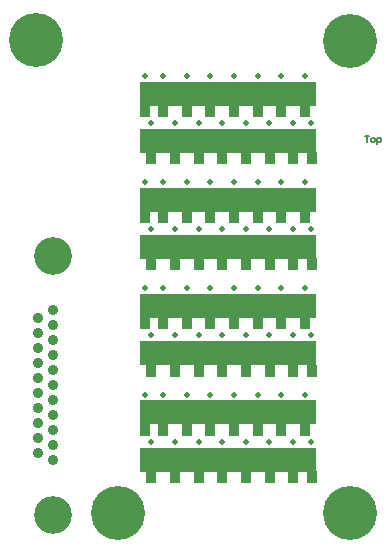
<source format=gtl>
G04 Layer_Physical_Order=1*
G04 Layer_Color=255*
%FSLAX25Y25*%
%MOIN*%
G70*
G01*
G75*
%ADD10R,0.59055X0.07874*%
%ADD11C,0.00500*%
%ADD12R,0.03300X0.04141*%
%ADD13C,0.18000*%
%ADD14C,0.03500*%
%ADD15C,0.12598*%
%ADD16C,0.02000*%
D10*
X570766Y161753D02*
D03*
Y177501D02*
D03*
Y197186D02*
D03*
Y212934D02*
D03*
Y232619D02*
D03*
Y248367D02*
D03*
Y268052D02*
D03*
Y283800D02*
D03*
D11*
X616400Y269599D02*
X617733D01*
X617066D01*
Y267600D01*
X618733D02*
X619399D01*
X619732Y267933D01*
Y268600D01*
X619399Y268933D01*
X618733D01*
X618399Y268600D01*
Y267933D01*
X618733Y267600D01*
X620399Y266934D02*
Y268933D01*
X621398D01*
X621732Y268600D01*
Y267933D01*
X621398Y267600D01*
X620399D01*
D12*
X598589Y156016D02*
D03*
Y191449D02*
D03*
Y226882D02*
D03*
Y262315D02*
D03*
X542924Y171764D02*
D03*
Y207197D02*
D03*
Y242630D02*
D03*
Y278063D02*
D03*
X545198Y262313D02*
D03*
X553072D02*
D03*
X560946D02*
D03*
X568820D02*
D03*
X576694D02*
D03*
X584568D02*
D03*
X592442D02*
D03*
X596379Y278061D02*
D03*
X588505D02*
D03*
X580631D02*
D03*
X572757D02*
D03*
X564883D02*
D03*
X557009D02*
D03*
X549135D02*
D03*
X545198Y226880D02*
D03*
X553072D02*
D03*
X560946D02*
D03*
X568820D02*
D03*
X576694D02*
D03*
X584568D02*
D03*
X592442D02*
D03*
X596379Y242628D02*
D03*
X588505D02*
D03*
X580631D02*
D03*
X572757D02*
D03*
X564883D02*
D03*
X557009D02*
D03*
X549135D02*
D03*
X545198Y191447D02*
D03*
X553072D02*
D03*
X560946D02*
D03*
X568820D02*
D03*
X576694D02*
D03*
X584568D02*
D03*
X592442D02*
D03*
X596379Y207195D02*
D03*
X588505D02*
D03*
X580631D02*
D03*
X572757D02*
D03*
X564883D02*
D03*
X557009D02*
D03*
X549135D02*
D03*
Y171762D02*
D03*
X557009D02*
D03*
X564883D02*
D03*
X572757D02*
D03*
X580631D02*
D03*
X588505D02*
D03*
X596379D02*
D03*
X592442Y156014D02*
D03*
X584568D02*
D03*
X576694D02*
D03*
X568820D02*
D03*
X560946D02*
D03*
X553072D02*
D03*
X545198D02*
D03*
D13*
X534206Y144057D02*
D03*
X506830Y301565D02*
D03*
X611236Y144057D02*
D03*
Y301496D02*
D03*
D14*
X512299Y211553D02*
D03*
X507299Y164053D02*
D03*
Y169053D02*
D03*
Y174053D02*
D03*
Y179053D02*
D03*
Y184053D02*
D03*
Y189053D02*
D03*
Y194053D02*
D03*
Y199053D02*
D03*
Y204053D02*
D03*
Y209053D02*
D03*
X512299Y206553D02*
D03*
Y201553D02*
D03*
Y196553D02*
D03*
Y191553D02*
D03*
Y186553D02*
D03*
Y181553D02*
D03*
Y176553D02*
D03*
Y171553D02*
D03*
Y166553D02*
D03*
Y161553D02*
D03*
D15*
Y143303D02*
D03*
Y229803D02*
D03*
D16*
X545166Y274043D02*
D03*
X598552Y274045D02*
D03*
Y238612D02*
D03*
Y203179D02*
D03*
Y167746D02*
D03*
X542962Y183494D02*
D03*
Y218927D02*
D03*
Y254360D02*
D03*
Y289793D02*
D03*
X598621Y155545D02*
D03*
Y190978D02*
D03*
Y226411D02*
D03*
Y261844D02*
D03*
X542892Y171293D02*
D03*
Y206726D02*
D03*
Y242160D02*
D03*
Y277592D02*
D03*
X553040Y274043D02*
D03*
X560914D02*
D03*
X568788D02*
D03*
X576662D02*
D03*
X584536D02*
D03*
X592410D02*
D03*
Y203176D02*
D03*
X584536D02*
D03*
X576662D02*
D03*
X568788D02*
D03*
X560914D02*
D03*
X553040D02*
D03*
X545166D02*
D03*
X592410Y238609D02*
D03*
X584536D02*
D03*
X576662D02*
D03*
X568788D02*
D03*
X560914D02*
D03*
X553040D02*
D03*
X545166D02*
D03*
X592410Y167743D02*
D03*
X584536D02*
D03*
X576662D02*
D03*
X568788D02*
D03*
X560914D02*
D03*
X553040D02*
D03*
X545166D02*
D03*
X553040Y155543D02*
D03*
X560914D02*
D03*
X568788D02*
D03*
X576662D02*
D03*
X584536D02*
D03*
X592410D02*
D03*
X545166D02*
D03*
X553040Y261842D02*
D03*
X560914D02*
D03*
X568788D02*
D03*
X576662D02*
D03*
X584536D02*
D03*
X592410D02*
D03*
X545166D02*
D03*
X549103Y277590D02*
D03*
X596347Y289791D02*
D03*
X588473D02*
D03*
X580599D02*
D03*
X572725D02*
D03*
X564851D02*
D03*
X556977D02*
D03*
X549103D02*
D03*
X596347Y277590D02*
D03*
X588473D02*
D03*
X580599D02*
D03*
X572725D02*
D03*
X564851D02*
D03*
X556977D02*
D03*
X553040Y226409D02*
D03*
X560914D02*
D03*
X568788D02*
D03*
X576662D02*
D03*
X584536D02*
D03*
X592410D02*
D03*
X545166D02*
D03*
X549103Y242158D02*
D03*
X596347Y254358D02*
D03*
X588473D02*
D03*
X580599D02*
D03*
X572725D02*
D03*
X564851D02*
D03*
X556977D02*
D03*
X549103D02*
D03*
X596347Y242158D02*
D03*
X588473D02*
D03*
X580599D02*
D03*
X572725D02*
D03*
X564851D02*
D03*
X556977D02*
D03*
X553040Y190976D02*
D03*
X560914D02*
D03*
X568788D02*
D03*
X576662D02*
D03*
X584536D02*
D03*
X592410D02*
D03*
X545166D02*
D03*
X549103Y206724D02*
D03*
X596347Y218924D02*
D03*
X588473D02*
D03*
X580599D02*
D03*
X572725D02*
D03*
X564851D02*
D03*
X556977D02*
D03*
X549103D02*
D03*
X596347Y206724D02*
D03*
X588473D02*
D03*
X580599D02*
D03*
X572725D02*
D03*
X564851D02*
D03*
X556977D02*
D03*
Y171291D02*
D03*
X564851D02*
D03*
X572725D02*
D03*
X580599D02*
D03*
X588473D02*
D03*
X596347D02*
D03*
X549103Y183491D02*
D03*
X556977D02*
D03*
X564851D02*
D03*
X572725D02*
D03*
X580599D02*
D03*
X588473D02*
D03*
X596347D02*
D03*
X549103Y171291D02*
D03*
M02*

</source>
